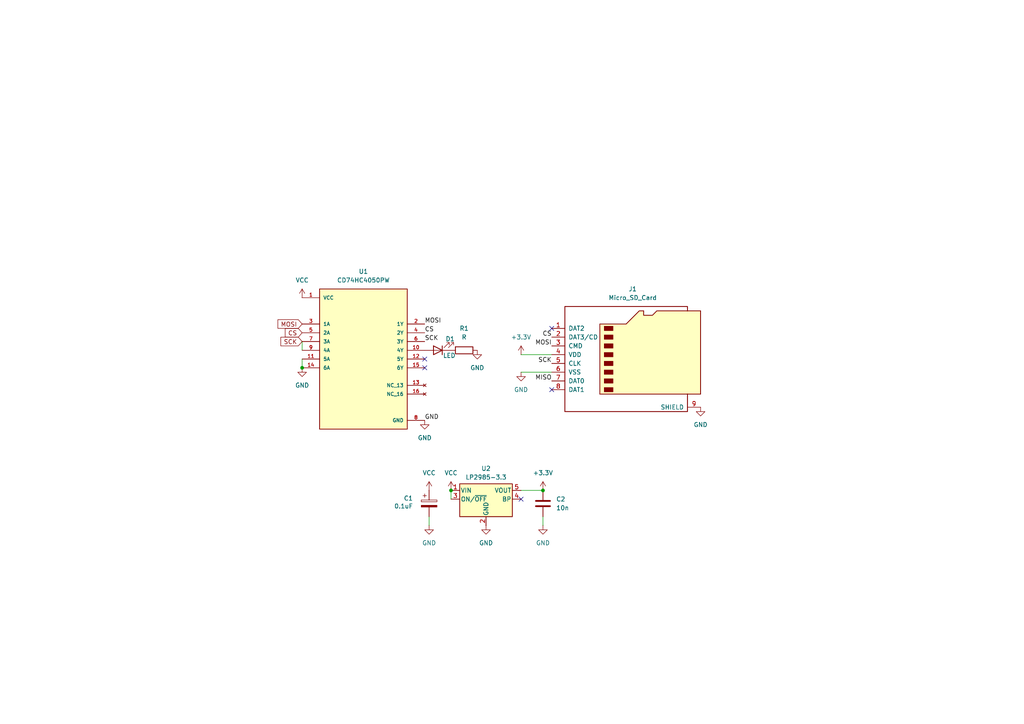
<source format=kicad_sch>
(kicad_sch (version 20231120) (generator "eeschema") (generator_version "8.0")
  (paper "A4")
  (lib_symbols
    (symbol "Connector:Micro_SD_Card" (pin_names (offset 1.016))
      (property "Reference" "J" (at -16.51 15.24 0))
      (property "Value" "Micro_SD_Card" (at 16.51 15.24 0))
      (symbol "Micro_SD_Card_0_1"
        (rectangle (start -7.62 -9.525) (end -5.08 -10.795) (fill (type outline)))
        (rectangle (start -7.62 -6.985) (end -5.08 -8.255) (fill (type outline)))
        (rectangle (start -7.62 -4.445) (end -5.08 -5.715) (fill (type outline)))
        (rectangle (start -7.62 -1.905) (end -5.08 -3.175) (fill (type outline)))
        (rectangle (start -7.62 0.635) (end -5.08 -0.635) (fill (type outline)))
        (rectangle (start -7.62 3.175) (end -5.08 1.905) (fill (type outline)))
        (rectangle (start -7.62 5.715) (end -5.08 4.445) (fill (type outline)))
        (rectangle (start -7.62 8.255) (end -5.08 6.985) (fill (type outline)))
        (polyline (pts (xy 16.51 12.7) (xy 16.51 13.97) (xy -19.05 13.97) (xy -19.05 -16.51) (xy 16.51 -16.51) (xy 16.51 -11.43)) (stroke (width 0.254)))
        (polyline (pts (xy -8.89 -11.43) (xy -8.89 8.89) (xy -1.27 8.89) (xy 2.54 12.7) (xy 3.81 12.7) (xy 3.81 11.43) (xy 6.35 11.43) (xy 7.62 12.7) (xy 20.32 12.7) (xy 20.32 -11.43) (xy -8.89 -11.43)) (stroke (width 0.254)) (fill (type background)))
      )
      (symbol "Micro_SD_Card_1_1"
        (pin bidirectional line (at -22.86 7.62 0) (length 3.81) (name "DAT2") (number "1"))
        (pin bidirectional line (at -22.86 5.08 0) (length 3.81) (name "DAT3/CD") (number "2"))
        (pin input line (at -22.86 2.54 0) (length 3.81) (name "CMD") (number "3"))
        (pin power_in line (at -22.86 0 0) (length 3.81) (name "VDD") (number "4"))
        (pin input line (at -22.86 -2.54 0) (length 3.81) (name "CLK") (number "5"))
        (pin power_in line (at -22.86 -5.08 0) (length 3.81) (name "VSS") (number "6"))
        (pin bidirectional line (at -22.86 -7.62 0) (length 3.81) (name "DAT0") (number "7"))
        (pin bidirectional line (at -22.86 -10.16 0) (length 3.81) (name "DAT1") (number "8"))
        (pin passive line (at 20.32 -15.24 180) (length 3.81) (name "SHIELD") (number "9"))
      )
    )
    (symbol "Device:C" (pin_numbers hide) (pin_names (offset 0.254))
      (property "Reference" "C" (at 0.635 2.54 0))
      (property "Value" "C" (at 0.635 -2.54 0))
      (symbol "C_0_1"
        (polyline (pts (xy -2.032 -0.762) (xy 2.032 -0.762)) (stroke (width 0.508)))
        (polyline (pts (xy -2.032 0.762) (xy 2.032 0.762)) (stroke (width 0.508)))
      )
      (symbol "C_1_1"
        (pin passive line (at 0 3.81 270) (length 2.794) (name "~") (number "1"))
        (pin passive line (at 0 -3.81 90) (length 2.794) (name "~") (number "2"))
      )
    )
    (symbol "Device:C_Polarized" (pin_numbers hide) (pin_names (offset 0.254))
      (property "Reference" "C" (at 0.635 2.54 0))
      (property "Value" "C_Polarized" (at 0.635 -2.54 0))
      (symbol "C_Polarized_0_1"
        (rectangle (start -2.286 0.508) (end 2.286 1.016))
        (polyline (pts (xy -1.778 2.286) (xy -0.762 2.286)))
        (polyline (pts (xy -1.27 2.794) (xy -1.27 1.778)))
        (rectangle (start 2.286 -0.508) (end -2.286 -1.016) (fill (type outline)))
      )
      (symbol "C_Polarized_1_1"
        (pin passive line (at 0 3.81 270) (length 2.794) (name "~") (number "1"))
        (pin passive line (at 0 -3.81 90) (length 2.794) (name "~") (number "2"))
      )
    )
    (symbol "Device:LED" (pin_numbers hide) (pin_names (offset 1.016) hide)
      (property "Reference" "D" (at 0 2.54 0))
      (property "Value" "LED" (at 0 -2.54 0))
      (symbol "LED_0_1"
        (polyline (pts (xy -1.27 -1.27) (xy -1.27 1.27)) (stroke (width 0.254)))
        (polyline (pts (xy -1.27 0) (xy 1.27 0)))
        (polyline (pts (xy 1.27 -1.27) (xy 1.27 1.27) (xy -1.27 0) (xy 1.27 -1.27)) (stroke (width 0.254)))
        (polyline (pts (xy -3.048 -0.762) (xy -4.572 -2.286) (xy -3.81 -2.286) (xy -4.572 -2.286) (xy -4.572 -1.524)))
        (polyline (pts (xy -1.778 -0.762) (xy -3.302 -2.286) (xy -2.54 -2.286) (xy -3.302 -2.286) (xy -3.302 -1.524)))
      )
      (symbol "LED_1_1"
        (pin passive line (at -3.81 0 0) (length 2.54) (name "K") (number "1"))
        (pin passive line (at 3.81 0 180) (length 2.54) (name "A") (number "2"))
      )
    )
    (symbol "Device:R" (pin_numbers hide) (pin_names (offset 0))
      (property "Reference" "R" (at 2.032 0 90))
      (property "Value" "R" (at 0 0 90))
      (symbol "R_0_1"
        (rectangle (start -1.016 -2.54) (end 1.016 2.54) (stroke (width 0.254)))
      )
      (symbol "R_1_1"
        (pin passive line (at 0 3.81 270) (length 1.27) (name "~") (number "1"))
        (pin passive line (at 0 -3.81 90) (length 1.27) (name "~") (number "2"))
      )
    )
    (symbol "PCB_SOLEX_LOG_SYM_LIB:CD74HC4050PW" (pin_names (offset 1.016))
      (property "Reference" "U" (at -12.7 21.59 0))
      (property "Value" "CD74HC4050PW" (at -12.7 -22.86 0))
      (symbol "CD74HC4050PW_0_0"
        (rectangle (start -12.7 -20.32) (end 12.7 20.32) (stroke (width 0.254)) (fill (type background)))
        (pin power_in line (at -17.78 17.78 0) (length 5.08) (name "VCC") (number "1"))
        (pin output line (at 17.78 2.54 180) (length 5.08) (name "4Y") (number "10"))
        (pin input line (at -17.78 0 0) (length 5.08) (name "5A") (number "11"))
        (pin output line (at 17.78 0 180) (length 5.08) (name "5Y") (number "12"))
        (pin no_connect line (at 17.78 -7.62 180) (length 5.08) (name "NC_13") (number "13"))
        (pin input line (at -17.78 -2.54 0) (length 5.08) (name "6A") (number "14"))
        (pin output line (at 17.78 -2.54 180) (length 5.08) (name "6Y") (number "15"))
        (pin no_connect line (at 17.78 -10.16 180) (length 5.08) (name "NC_16") (number "16"))
        (pin output line (at 17.78 10.16 180) (length 5.08) (name "1Y") (number "2"))
        (pin input line (at -17.78 10.16 0) (length 5.08) (name "1A") (number "3"))
        (pin output line (at 17.78 7.62 180) (length 5.08) (name "2Y") (number "4"))
        (pin input line (at -17.78 7.62 0) (length 5.08) (name "2A") (number "5"))
        (pin output line (at 17.78 5.08 180) (length 5.08) (name "3Y") (number "6"))
        (pin input line (at -17.78 5.08 0) (length 5.08) (name "3A") (number "7"))
        (pin power_in line (at 17.78 -17.78 180) (length 5.08) (name "GND") (number "8"))
        (pin input line (at -17.78 2.54 0) (length 5.08) (name "4A") (number "9"))
      )
    )
    (symbol "Regulator_Linear:LP2985-3.3" (pin_names (offset 0.254))
      (property "Reference" "U" (at -6.35 5.715 0))
      (property "Value" "LP2985-3.3" (at 0 5.715 0))
      (symbol "LP2985-3.3_0_1"
        (rectangle (start -7.62 -5.08) (end 7.62 4.445) (stroke (width 0.254)) (fill (type background)))
      )
      (symbol "LP2985-3.3_1_1"
        (pin power_in line (at -10.16 2.54 0) (length 2.54) (name "VIN") (number "1"))
        (pin power_in line (at 0 -7.62 90) (length 2.54) (name "GND") (number "2"))
        (pin input line (at -10.16 0 0) (length 2.54) (name "ON/~{OFF}") (number "3"))
        (pin input line (at 10.16 0 180) (length 2.54) (name "BP") (number "4"))
        (pin power_out line (at 10.16 2.54 180) (length 2.54) (name "VOUT") (number "5"))
      )
    )
    (symbol "power:+3.3V" (power) (pin_numbers hide) (pin_names (offset 0) hide)
      (property "Value" "+3.3V" (at 0 3.556 0))
      (symbol "+3.3V_0_1"
        (polyline (pts (xy -0.762 1.27) (xy 0 2.54)))
        (polyline (pts (xy 0 0) (xy 0 2.54)))
        (polyline (pts (xy 0 2.54) (xy 0.762 1.27)))
      )
      (symbol "+3.3V_1_1"
        (pin power_in line (at 0 0 90) (length 0) (name "~") (number "1"))
      )
    )
    (symbol "power:GND" (power) (pin_numbers hide) (pin_names (offset 0) hide)
      (property "Value" "GND" (at 0 -3.81 0))
      (symbol "GND_0_1"
        (polyline (pts (xy 0 0) (xy 0 -1.27) (xy 1.27 -1.27) (xy 0 -2.54) (xy -1.27 -1.27) (xy 0 -1.27)))
      )
      (symbol "GND_1_1"
        (pin power_in line (at 0 0 270) (length 0) (name "~") (number "1"))
      )
    )
    (symbol "power:VCC" (power) (pin_numbers hide) (pin_names (offset 0) hide)
      (property "Value" "VCC" (at 0 3.556 0))
      (symbol "VCC_0_1"
        (polyline (pts (xy -0.762 1.27) (xy 0 2.54)))
        (polyline (pts (xy 0 0) (xy 0 2.54)))
        (polyline (pts (xy 0 2.54) (xy 0.762 1.27)))
      )
      (symbol "VCC_1_1"
        (pin power_in line (at 0 0 90) (length 0) (name "~") (number "1"))
      )
    )
  )
  (junction (at 157.48 142.24))
  (junction (at 87.63 106.68))
  (junction (at 130.81 142.24))
  (no_connect (at 160.02 113.03))
  (no_connect (at 123.19 104.14))
  (no_connect (at 123.19 106.68))
  (no_connect (at 151.13 144.78))
  (no_connect (at 160.02 95.25))
  (wire (pts (xy 151.13 142.24) (xy 157.48 142.24)))
  (wire (pts (xy 130.81 142.24) (xy 130.81 144.78)))
  (wire (pts (xy 87.63 99.06) (xy 87.63 101.6)))
  (wire (pts (xy 124.46 152.4) (xy 124.46 149.86)))
  (wire (pts (xy 87.63 104.14) (xy 87.63 106.68)))
  (wire (pts (xy 157.48 152.4) (xy 157.48 149.86)))
  (wire (pts (xy 151.13 107.95) (xy 160.02 107.95)))
  (wire (pts (xy 151.13 102.87) (xy 160.02 102.87)))
  (label "GND" (at 123.19 121.92 0))
  (label "SCK" (at 160.02 105.41 180))
  (label "MISO" (at 160.02 110.49 180))
  (label "MOSI" (at 123.19 93.98 0))
  (label "SCK" (at 123.19 99.06 0))
  (label "MOSI" (at 160.02 100.33 180))
  (label "CS" (at 160.02 97.79 180))
  (label "CS" (at 123.19 96.52 0))
  (global_label "MOSI" (shape input) (at 87.63 93.98 180) (property "Intersheetrefs" "${INTERSHEET_REFS}" (effects (hide yes))))
  (global_label "SCK" (shape input) (at 87.63 99.06 180) (property "Intersheetrefs" "${INTERSHEET_REFS}" (effects (hide yes))))
  (global_label "CS" (shape input) (at 87.63 96.52 180) (property "Intersheetrefs" "${INTERSHEET_REFS}" (effects (hide yes))))
  (symbol (lib_id "power:VCC") (at 130.81 142.24 0) (unit 1)
    (property "Reference" "#PWR08" (effects (hide yes)))
    (property "Value" "VCC" (at 130.81 137.16 0))
    (property "Description" "Power symbol creates a global label with name \"VCC\"" (effects (hide yes)))
  )
  (symbol (lib_id "Regulator_Linear:LP2985-3.3") (at 140.97 144.78 0) (unit 1)
    (property "Reference" "U2" (at 140.97 135.89 0))
    (property "Value" "LP2985-3.3" (at 140.97 138.43 0))
    (property "Footprint" "Package_TO_SOT_SMD:SOT-23-5" (effects (hide yes)))
    (property "Datasheet" "http://www.ti.com/lit/ds/symlink/lp2985.pdf" (effects (hide yes)))
    (property "Description" "150mA 16V Low-noise Low-dropout Regulator With Shutdown, 3.3V output voltage, SOT-23-5" (effects (hide yes)))
  )
  (symbol (lib_id "power:GND") (at 124.46 152.4 0) (unit 1)
    (property "Reference" "#PWR010" (effects (hide yes)))
    (property "Value" "GND" (at 124.46 157.48 0))
    (property "Description" "Power symbol creates a global label with name \"GND\" , ground" (effects (hide yes)))
  )
  (symbol (lib_id "Device:C_Polarized") (at 124.46 146.05 0) (unit 1)
    (property "Reference" "C1" (at 117.094 144.526 0) (effects (justify left)))
    (property "Value" "0.1uF" (at 114.3 146.812 0) (effects (justify left)))
    (property "Description" "Polarized capacitor" (effects (hide yes)))
  )
  (symbol (lib_id "power:VCC") (at 124.46 142.24 0) (unit 1)
    (property "Reference" "#PWR09" (effects (hide yes)))
    (property "Value" "VCC" (at 124.46 137.16 0))
    (property "Description" "Power symbol creates a global label with name \"VCC\"" (effects (hide yes)))
  )
  (symbol (lib_id "power:GND") (at 157.48 152.4 0) (unit 1)
    (property "Reference" "#PWR012" (effects (hide yes)))
    (property "Value" "GND" (at 157.48 157.48 0))
    (property "Description" "Power symbol creates a global label with name \"GND\" , ground" (effects (hide yes)))
  )
  (symbol (lib_id "power:GND") (at 151.13 107.95 0) (unit 1)
    (property "Reference" "#PWR01" (effects (hide yes)))
    (property "Value" "GND" (at 151.13 113.03 0))
    (property "Description" "Power symbol creates a global label with name \"GND\" , ground" (effects (hide yes)))
  )
  (symbol (lib_id "power:+3.3V") (at 151.13 102.87 0) (unit 1)
    (property "Reference" "#PWR03" (effects (hide yes)))
    (property "Value" "+3.3V" (at 151.13 97.79 0))
    (property "Description" "Power symbol creates a global label with name \"+3.3V\"" (effects (hide yes)))
  )
  (symbol (lib_id "power:+3.3V") (at 157.48 142.24 0) (unit 1)
    (property "Reference" "#PWR013" (effects (hide yes)))
    (property "Value" "+3.3V" (at 157.48 137.16 0))
    (property "Description" "Power symbol creates a global label with name \"+3.3V\"" (effects (hide yes)))
  )
  (symbol (lib_id "power:VCC") (at 87.63 86.36 0) (unit 1)
    (property "Reference" "#PWR02" (effects (hide yes)))
    (property "Value" "VCC" (at 87.63 81.28 0))
    (property "Description" "Power symbol creates a global label with name \"VCC\"" (effects (hide yes)))
  )
  (symbol (lib_id "power:GND") (at 87.63 106.68 0) (unit 1)
    (property "Reference" "#PWR06" (effects (hide yes)))
    (property "Value" "GND" (at 87.63 111.76 0))
    (property "Description" "Power symbol creates a global label with name \"GND\" , ground" (effects (hide yes)))
  )
  (symbol (lib_id "PCB_SOLEX_LOG_SYM_LIB:CD74HC4050PW") (at 105.41 104.14 0) (unit 1)
    (property "Reference" "U1" (at 105.41 78.74 0))
    (property "Value" "CD74HC4050PW" (at 105.41 81.28 0))
    (property "Footprint" "CD74HC4050PW:SOP65P640X120-16N" (effects (hide yes)))
    (property "MF" "Texas Instruments" (effects (hide yes)))
    (property "MAXIMUM_PACKAGE_HEIGHT" "1.2 mm" (effects (hide yes)))
    (property "Package" "TSSOP-16 Texas Instruments" (effects (hide yes)))
    (property "Price" "None" (effects (hide yes)))
    (property "Check_prices" "https://www.snapeda.com/parts/CD74HC4050PW/Texas+Instruments/view-part/?ref=eda" (effects (hide yes)))
    (property "STANDARD" "IPC 7351B" (effects (hide yes)))
    (property "PARTREV" "February 2005" (effects (hide yes)))
    (property "SnapEDA_Link" "https://www.snapeda.com/parts/CD74HC4050PW/Texas+Instruments/view-part/?ref=snap" (effects (hide yes)))
    (property "MP" "CD74HC4050PW" (effects (hide yes)))
    (property "Description_1" "\n                        \n                            6-ch, 2-V to 6-V buffers\n                        \n" (effects (hide yes)))
    (property "Availability" "In Stock" (effects (hide yes)))
    (property "MANUFACTURER" "Texas Instruments" (effects (hide yes)))
  )
  (symbol (lib_id "power:GND") (at 123.19 121.92 0) (unit 1)
    (property "Reference" "#PWR05" (effects (hide yes)))
    (property "Value" "GND" (at 123.19 127 0))
    (property "Description" "Power symbol creates a global label with name \"GND\" , ground" (effects (hide yes)))
  )
  (symbol (lib_id "Device:C") (at 157.48 146.05 0) (unit 1)
    (property "Reference" "C2" (at 161.29 144.7799 0) (effects (justify left)))
    (property "Value" "10n" (at 161.29 147.3199 0) (effects (justify left)))
    (property "Description" "Unpolarized capacitor" (effects (hide yes)))
  )
  (symbol (lib_id "Connector:Micro_SD_Card") (at 182.88 102.87 0) (unit 1)
    (property "Reference" "J1" (at 183.515 83.82 0))
    (property "Value" "Micro_SD_Card" (at 183.515 86.36 0))
    (property "Datasheet" "https://www.we-online.com/components/products/datasheet/693072010801.pdf" (effects (hide yes)))
    (property "Description" "Micro SD Card Socket" (effects (hide yes)))
  )
  (symbol (lib_id "Device:R") (at 134.62 101.6 90) (unit 1)
    (property "Reference" "R1" (at 134.62 95.25 90))
    (property "Value" "R" (at 134.62 97.79 90))
    (property "Description" "Resistor" (effects (hide yes)))
  )
  (symbol (lib_id "Device:LED") (at 127 101.6 180) (unit 1)
    (property "Reference" "D1" (at 130.556 98.298 0))
    (property "Value" "LED" (at 130.302 103.124 0))
    (property "Description" "Light emitting diode" (effects (hide yes)))
  )
  (symbol (lib_id "power:GND") (at 203.2 118.11 0) (unit 1)
    (property "Reference" "#PWR04" (effects (hide yes)))
    (property "Value" "GND" (at 203.2 123.19 0))
    (property "Description" "Power symbol creates a global label with name \"GND\" , ground" (effects (hide yes)))
  )
  (symbol (lib_id "power:GND") (at 140.97 152.4 0) (unit 1)
    (property "Reference" "#PWR011" (effects (hide yes)))
    (property "Value" "GND" (at 140.97 157.48 0))
    (property "Description" "Power symbol creates a global label with name \"GND\" , ground" (effects (hide yes)))
  )
  (symbol (lib_id "power:GND") (at 138.43 101.6 0) (unit 1)
    (property "Reference" "#PWR07" (effects (hide yes)))
    (property "Value" "GND" (at 138.43 106.68 0))
    (property "Description" "Power symbol creates a global label with name \"GND\" , ground" (effects (hide yes)))
  )
)
</source>
